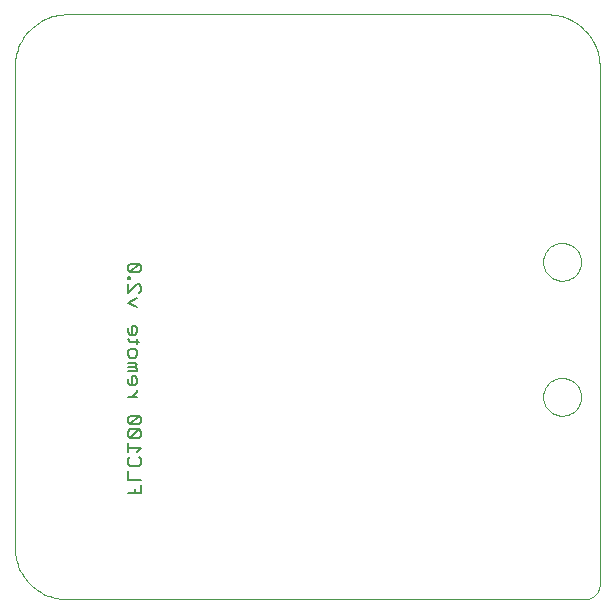
<source format=gbo>
G75*
G70*
%OFA0B0*%
%FSLAX24Y24*%
%IPPOS*%
%LPD*%
%AMOC8*
5,1,8,0,0,1.08239X$1,22.5*
%
%ADD10C,0.0000*%
%ADD11C,0.0060*%
D10*
X002925Y001175D02*
X020175Y001175D01*
X020219Y001177D01*
X020262Y001183D01*
X020304Y001192D01*
X020346Y001205D01*
X020386Y001222D01*
X020425Y001242D01*
X020462Y001265D01*
X020496Y001292D01*
X020529Y001321D01*
X020558Y001354D01*
X020585Y001388D01*
X020608Y001425D01*
X020628Y001464D01*
X020645Y001504D01*
X020658Y001546D01*
X020667Y001588D01*
X020673Y001631D01*
X020675Y001675D01*
X020675Y018925D01*
X020673Y019008D01*
X020667Y019091D01*
X020657Y019174D01*
X020643Y019256D01*
X020626Y019338D01*
X020604Y019418D01*
X020579Y019497D01*
X020550Y019575D01*
X020517Y019652D01*
X020480Y019727D01*
X020441Y019800D01*
X020397Y019871D01*
X020351Y019940D01*
X020301Y020007D01*
X020248Y020071D01*
X020192Y020133D01*
X020133Y020192D01*
X020071Y020248D01*
X020007Y020301D01*
X019940Y020351D01*
X019871Y020397D01*
X019800Y020441D01*
X019727Y020480D01*
X019652Y020517D01*
X019575Y020550D01*
X019497Y020579D01*
X019418Y020604D01*
X019338Y020626D01*
X019256Y020643D01*
X019174Y020657D01*
X019091Y020667D01*
X019008Y020673D01*
X018925Y020675D01*
X002925Y020675D01*
X002842Y020673D01*
X002759Y020667D01*
X002676Y020657D01*
X002594Y020643D01*
X002512Y020626D01*
X002432Y020604D01*
X002353Y020579D01*
X002275Y020550D01*
X002198Y020517D01*
X002123Y020480D01*
X002050Y020441D01*
X001979Y020397D01*
X001910Y020351D01*
X001843Y020301D01*
X001779Y020248D01*
X001717Y020192D01*
X001658Y020133D01*
X001602Y020071D01*
X001549Y020007D01*
X001499Y019940D01*
X001453Y019871D01*
X001409Y019800D01*
X001370Y019727D01*
X001333Y019652D01*
X001300Y019575D01*
X001271Y019497D01*
X001246Y019418D01*
X001224Y019338D01*
X001207Y019256D01*
X001193Y019174D01*
X001183Y019091D01*
X001177Y019008D01*
X001175Y018925D01*
X001175Y002925D01*
X001177Y002842D01*
X001183Y002759D01*
X001193Y002676D01*
X001207Y002594D01*
X001224Y002512D01*
X001246Y002432D01*
X001271Y002353D01*
X001300Y002275D01*
X001333Y002198D01*
X001370Y002123D01*
X001409Y002050D01*
X001453Y001979D01*
X001499Y001910D01*
X001549Y001843D01*
X001602Y001779D01*
X001658Y001717D01*
X001717Y001658D01*
X001779Y001602D01*
X001843Y001549D01*
X001910Y001499D01*
X001979Y001453D01*
X002050Y001409D01*
X002123Y001370D01*
X002198Y001333D01*
X002275Y001300D01*
X002353Y001271D01*
X002432Y001246D01*
X002512Y001224D01*
X002594Y001207D01*
X002676Y001193D01*
X002759Y001183D01*
X002842Y001177D01*
X002925Y001175D01*
X018795Y007925D02*
X018797Y007975D01*
X018803Y008025D01*
X018813Y008074D01*
X018827Y008122D01*
X018844Y008169D01*
X018865Y008214D01*
X018890Y008258D01*
X018918Y008299D01*
X018950Y008338D01*
X018984Y008375D01*
X019021Y008409D01*
X019061Y008439D01*
X019103Y008466D01*
X019147Y008490D01*
X019193Y008511D01*
X019240Y008527D01*
X019288Y008540D01*
X019338Y008549D01*
X019387Y008554D01*
X019438Y008555D01*
X019488Y008552D01*
X019537Y008545D01*
X019586Y008534D01*
X019634Y008519D01*
X019680Y008501D01*
X019725Y008479D01*
X019768Y008453D01*
X019809Y008424D01*
X019848Y008392D01*
X019884Y008357D01*
X019916Y008319D01*
X019946Y008279D01*
X019973Y008236D01*
X019996Y008192D01*
X020015Y008146D01*
X020031Y008098D01*
X020043Y008049D01*
X020051Y008000D01*
X020055Y007950D01*
X020055Y007900D01*
X020051Y007850D01*
X020043Y007801D01*
X020031Y007752D01*
X020015Y007704D01*
X019996Y007658D01*
X019973Y007614D01*
X019946Y007571D01*
X019916Y007531D01*
X019884Y007493D01*
X019848Y007458D01*
X019809Y007426D01*
X019768Y007397D01*
X019725Y007371D01*
X019680Y007349D01*
X019634Y007331D01*
X019586Y007316D01*
X019537Y007305D01*
X019488Y007298D01*
X019438Y007295D01*
X019387Y007296D01*
X019338Y007301D01*
X019288Y007310D01*
X019240Y007323D01*
X019193Y007339D01*
X019147Y007360D01*
X019103Y007384D01*
X019061Y007411D01*
X019021Y007441D01*
X018984Y007475D01*
X018950Y007512D01*
X018918Y007551D01*
X018890Y007592D01*
X018865Y007636D01*
X018844Y007681D01*
X018827Y007728D01*
X018813Y007776D01*
X018803Y007825D01*
X018797Y007875D01*
X018795Y007925D01*
X018795Y012425D02*
X018797Y012475D01*
X018803Y012525D01*
X018813Y012574D01*
X018827Y012622D01*
X018844Y012669D01*
X018865Y012714D01*
X018890Y012758D01*
X018918Y012799D01*
X018950Y012838D01*
X018984Y012875D01*
X019021Y012909D01*
X019061Y012939D01*
X019103Y012966D01*
X019147Y012990D01*
X019193Y013011D01*
X019240Y013027D01*
X019288Y013040D01*
X019338Y013049D01*
X019387Y013054D01*
X019438Y013055D01*
X019488Y013052D01*
X019537Y013045D01*
X019586Y013034D01*
X019634Y013019D01*
X019680Y013001D01*
X019725Y012979D01*
X019768Y012953D01*
X019809Y012924D01*
X019848Y012892D01*
X019884Y012857D01*
X019916Y012819D01*
X019946Y012779D01*
X019973Y012736D01*
X019996Y012692D01*
X020015Y012646D01*
X020031Y012598D01*
X020043Y012549D01*
X020051Y012500D01*
X020055Y012450D01*
X020055Y012400D01*
X020051Y012350D01*
X020043Y012301D01*
X020031Y012252D01*
X020015Y012204D01*
X019996Y012158D01*
X019973Y012114D01*
X019946Y012071D01*
X019916Y012031D01*
X019884Y011993D01*
X019848Y011958D01*
X019809Y011926D01*
X019768Y011897D01*
X019725Y011871D01*
X019680Y011849D01*
X019634Y011831D01*
X019586Y011816D01*
X019537Y011805D01*
X019488Y011798D01*
X019438Y011795D01*
X019387Y011796D01*
X019338Y011801D01*
X019288Y011810D01*
X019240Y011823D01*
X019193Y011839D01*
X019147Y011860D01*
X019103Y011884D01*
X019061Y011911D01*
X019021Y011941D01*
X018984Y011975D01*
X018950Y012012D01*
X018918Y012051D01*
X018890Y012092D01*
X018865Y012136D01*
X018844Y012181D01*
X018827Y012228D01*
X018813Y012276D01*
X018803Y012325D01*
X018797Y012375D01*
X018795Y012425D01*
D11*
X005395Y012291D02*
X005395Y012145D01*
X005322Y012071D01*
X005028Y012071D01*
X005322Y012365D01*
X005028Y012365D01*
X004955Y012291D01*
X004955Y012145D01*
X005028Y012071D01*
X005028Y011914D02*
X004955Y011914D01*
X004955Y011841D01*
X005028Y011841D01*
X005028Y011914D01*
X004955Y011674D02*
X004955Y011381D01*
X005249Y011674D01*
X005322Y011674D01*
X005395Y011601D01*
X005395Y011454D01*
X005322Y011381D01*
X005249Y011214D02*
X004955Y011067D01*
X005249Y010920D01*
X005175Y010293D02*
X005102Y010293D01*
X005102Y010000D01*
X005175Y010000D02*
X005249Y010073D01*
X005249Y010220D01*
X005175Y010293D01*
X004955Y010220D02*
X004955Y010073D01*
X005028Y010000D01*
X005175Y010000D01*
X005249Y009839D02*
X005249Y009693D01*
X005322Y009766D02*
X005028Y009766D01*
X004955Y009839D01*
X005028Y009526D02*
X004955Y009452D01*
X004955Y009306D01*
X005028Y009232D01*
X005175Y009232D01*
X005249Y009306D01*
X005249Y009452D01*
X005175Y009526D01*
X005028Y009526D01*
X004955Y009065D02*
X005175Y009065D01*
X005249Y008992D01*
X005175Y008919D01*
X004955Y008919D01*
X004955Y008772D02*
X005249Y008772D01*
X005249Y008845D01*
X005175Y008919D01*
X005175Y008605D02*
X005102Y008605D01*
X005102Y008311D01*
X005175Y008311D02*
X005249Y008385D01*
X005249Y008532D01*
X005175Y008605D01*
X004955Y008532D02*
X004955Y008385D01*
X005028Y008311D01*
X005175Y008311D01*
X005249Y008148D02*
X005249Y008075D01*
X005102Y007928D01*
X004955Y007928D02*
X005249Y007928D01*
X005322Y007301D02*
X005028Y007301D01*
X004955Y007227D01*
X004955Y007080D01*
X005028Y007007D01*
X005322Y007301D01*
X005395Y007227D01*
X005395Y007080D01*
X005322Y007007D01*
X005028Y007007D01*
X005028Y006840D02*
X004955Y006767D01*
X004955Y006620D01*
X005028Y006547D01*
X005322Y006840D01*
X005028Y006840D01*
X005322Y006840D02*
X005395Y006767D01*
X005395Y006620D01*
X005322Y006547D01*
X005028Y006547D01*
X004955Y006380D02*
X004955Y006086D01*
X004955Y006233D02*
X005395Y006233D01*
X005249Y006086D01*
X005322Y005919D02*
X005395Y005846D01*
X005395Y005699D01*
X005322Y005626D01*
X005028Y005626D01*
X004955Y005699D01*
X004955Y005846D01*
X005028Y005919D01*
X004955Y005459D02*
X004955Y005165D01*
X005395Y005165D01*
X005395Y004999D02*
X005395Y004705D01*
X004955Y004705D01*
X005175Y004705D02*
X005175Y004852D01*
X005395Y012291D02*
X005322Y012365D01*
M02*

</source>
